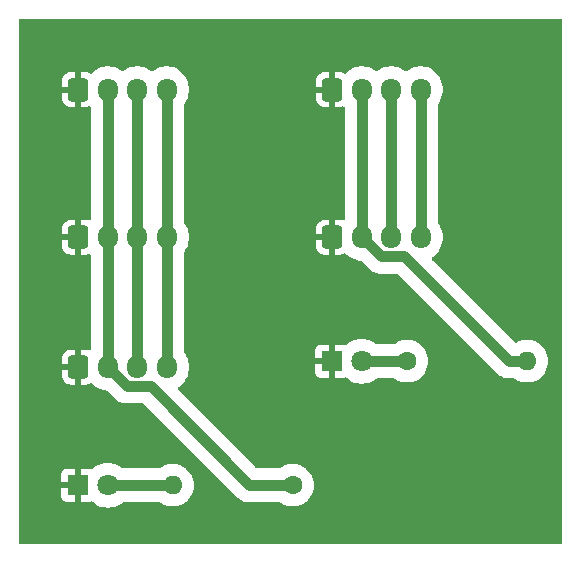
<source format=gbr>
%TF.GenerationSoftware,KiCad,Pcbnew,8.0.3*%
%TF.CreationDate,2024-10-12T11:47:42-03:00*%
%TF.ProjectId,m_dulo_sensor_i2c_2sensores,6df36475-6c6f-45f7-9365-6e736f725f69,rev?*%
%TF.SameCoordinates,Original*%
%TF.FileFunction,Copper,L2,Bot*%
%TF.FilePolarity,Positive*%
%FSLAX46Y46*%
G04 Gerber Fmt 4.6, Leading zero omitted, Abs format (unit mm)*
G04 Created by KiCad (PCBNEW 8.0.3) date 2024-10-12 11:47:42*
%MOMM*%
%LPD*%
G01*
G04 APERTURE LIST*
G04 Aperture macros list*
%AMRoundRect*
0 Rectangle with rounded corners*
0 $1 Rounding radius*
0 $2 $3 $4 $5 $6 $7 $8 $9 X,Y pos of 4 corners*
0 Add a 4 corners polygon primitive as box body*
4,1,4,$2,$3,$4,$5,$6,$7,$8,$9,$2,$3,0*
0 Add four circle primitives for the rounded corners*
1,1,$1+$1,$2,$3*
1,1,$1+$1,$4,$5*
1,1,$1+$1,$6,$7*
1,1,$1+$1,$8,$9*
0 Add four rect primitives between the rounded corners*
20,1,$1+$1,$2,$3,$4,$5,0*
20,1,$1+$1,$4,$5,$6,$7,0*
20,1,$1+$1,$6,$7,$8,$9,0*
20,1,$1+$1,$8,$9,$2,$3,0*%
G04 Aperture macros list end*
%TA.AperFunction,ComponentPad*%
%ADD10C,1.600000*%
%TD*%
%TA.AperFunction,ComponentPad*%
%ADD11O,1.600000X1.600000*%
%TD*%
%TA.AperFunction,ComponentPad*%
%ADD12RoundRect,0.250000X-0.600000X-0.725000X0.600000X-0.725000X0.600000X0.725000X-0.600000X0.725000X0*%
%TD*%
%TA.AperFunction,ComponentPad*%
%ADD13O,1.700000X1.950000*%
%TD*%
%TA.AperFunction,ComponentPad*%
%ADD14R,1.800000X1.800000*%
%TD*%
%TA.AperFunction,ComponentPad*%
%ADD15C,1.800000*%
%TD*%
%TA.AperFunction,Conductor*%
%ADD16C,0.900000*%
%TD*%
G04 APERTURE END LIST*
D10*
%TO.P,R2,1*%
%TO.N,Net-(D2-A)*%
X104840000Y-79000000D03*
D11*
%TO.P,R2,2*%
%TO.N,+5V*%
X115000000Y-79000000D03*
%TD*%
D10*
%TO.P,R1,1*%
%TO.N,+3.3V*%
X95160000Y-89500000D03*
D11*
%TO.P,R1,2*%
%TO.N,Net-(D1-A)*%
X85000000Y-89500000D03*
%TD*%
D12*
%TO.P,J5,1,Pin_1*%
%TO.N,GND*%
X98500000Y-68500000D03*
D13*
%TO.P,J5,2,Pin_2*%
%TO.N,+5V*%
X101000000Y-68500000D03*
%TO.P,J5,3,Pin_3*%
%TO.N,TX*%
X103500000Y-68500000D03*
%TO.P,J5,4,Pin_4*%
%TO.N,RX*%
X106000000Y-68500000D03*
%TD*%
D12*
%TO.P,J4,1,Pin_1*%
%TO.N,GND*%
X98500000Y-56000000D03*
D13*
%TO.P,J4,2,Pin_2*%
%TO.N,+5V*%
X101000000Y-56000000D03*
%TO.P,J4,3,Pin_3*%
%TO.N,TX*%
X103500000Y-56000000D03*
%TO.P,J4,4,Pin_4*%
%TO.N,RX*%
X106000000Y-56000000D03*
%TD*%
D12*
%TO.P,J3,1,Pin_1*%
%TO.N,GND*%
X77000000Y-79500000D03*
D13*
%TO.P,J3,2,Pin_2*%
%TO.N,+3.3V*%
X79500000Y-79500000D03*
%TO.P,J3,3,Pin_3*%
%TO.N,SDA*%
X82000000Y-79500000D03*
%TO.P,J3,4,Pin_4*%
%TO.N,SCL*%
X84500000Y-79500000D03*
%TD*%
D12*
%TO.P,J2,1,Pin_1*%
%TO.N,GND*%
X77000000Y-68500000D03*
D13*
%TO.P,J2,2,Pin_2*%
%TO.N,+3.3V*%
X79500000Y-68500000D03*
%TO.P,J2,3,Pin_3*%
%TO.N,SDA*%
X82000000Y-68500000D03*
%TO.P,J2,4,Pin_4*%
%TO.N,SCL*%
X84500000Y-68500000D03*
%TD*%
D12*
%TO.P,J1,1,Pin_1*%
%TO.N,GND*%
X77000000Y-56000000D03*
D13*
%TO.P,J1,2,Pin_2*%
%TO.N,+3.3V*%
X79500000Y-56000000D03*
%TO.P,J1,3,Pin_3*%
%TO.N,SDA*%
X82000000Y-56000000D03*
%TO.P,J1,4,Pin_4*%
%TO.N,SCL*%
X84500000Y-56000000D03*
%TD*%
D14*
%TO.P,D2,1,K*%
%TO.N,GND*%
X98460000Y-79000000D03*
D15*
%TO.P,D2,2,A*%
%TO.N,Net-(D2-A)*%
X101000000Y-79000000D03*
%TD*%
D14*
%TO.P,D1,1,K*%
%TO.N,GND*%
X76960000Y-89500000D03*
D15*
%TO.P,D1,2,A*%
%TO.N,Net-(D1-A)*%
X79500000Y-89500000D03*
%TD*%
D16*
%TO.N,Net-(D2-A)*%
X101000000Y-79000000D02*
X104840000Y-79000000D01*
%TO.N,+5V*%
X113500000Y-79000000D02*
X115000000Y-79000000D01*
X104625000Y-70125000D02*
X113500000Y-79000000D01*
X102625000Y-70125000D02*
X104625000Y-70125000D01*
X101000000Y-68500000D02*
X102625000Y-70125000D01*
%TO.N,RX*%
X106000000Y-56000000D02*
X106000000Y-68500000D01*
%TO.N,TX*%
X103500000Y-56000000D02*
X103500000Y-68500000D01*
%TO.N,+5V*%
X101000000Y-56000000D02*
X101000000Y-68500000D01*
%TO.N,+3.3V*%
X91500000Y-89500000D02*
X95160000Y-89500000D01*
X83125000Y-81125000D02*
X91500000Y-89500000D01*
X81125000Y-81125000D02*
X83125000Y-81125000D01*
X79500000Y-79500000D02*
X81125000Y-81125000D01*
%TO.N,Net-(D1-A)*%
X79500000Y-89500000D02*
X85000000Y-89500000D01*
%TO.N,SCL*%
X84500000Y-68500000D02*
X84500000Y-79500000D01*
X84500000Y-56000000D02*
X84500000Y-68500000D01*
%TO.N,SDA*%
X82000000Y-68500000D02*
X82000000Y-79500000D01*
X82000000Y-56000000D02*
X82000000Y-68500000D01*
%TO.N,+3.3V*%
X79500000Y-68500000D02*
X79500000Y-79500000D01*
X79500000Y-56000000D02*
X79500000Y-68500000D01*
%TD*%
%TA.AperFunction,Conductor*%
%TO.N,GND*%
G36*
X117942539Y-50020185D02*
G01*
X117988294Y-50072989D01*
X117999500Y-50124500D01*
X117999500Y-94375500D01*
X117979815Y-94442539D01*
X117927011Y-94488294D01*
X117875500Y-94499500D01*
X72124500Y-94499500D01*
X72057461Y-94479815D01*
X72011706Y-94427011D01*
X72000500Y-94375500D01*
X72000500Y-88552155D01*
X75560000Y-88552155D01*
X75560000Y-89250000D01*
X76584722Y-89250000D01*
X76540667Y-89326306D01*
X76510000Y-89440756D01*
X76510000Y-89559244D01*
X76540667Y-89673694D01*
X76584722Y-89750000D01*
X75560000Y-89750000D01*
X75560000Y-90447844D01*
X75566401Y-90507372D01*
X75566403Y-90507379D01*
X75616645Y-90642086D01*
X75616649Y-90642093D01*
X75702809Y-90757187D01*
X75702812Y-90757190D01*
X75817906Y-90843350D01*
X75817913Y-90843354D01*
X75952620Y-90893596D01*
X75952627Y-90893598D01*
X76012155Y-90899999D01*
X76012172Y-90900000D01*
X76710000Y-90900000D01*
X76710000Y-89875277D01*
X76786306Y-89919333D01*
X76900756Y-89950000D01*
X77019244Y-89950000D01*
X77133694Y-89919333D01*
X77210000Y-89875277D01*
X77210000Y-90900000D01*
X77907828Y-90900000D01*
X77907844Y-90899999D01*
X77967372Y-90893598D01*
X77967380Y-90893596D01*
X78066425Y-90856654D01*
X78136117Y-90851669D01*
X78197440Y-90885153D01*
X78197442Y-90885155D01*
X78252247Y-90939961D01*
X78252253Y-90939966D01*
X78252258Y-90939971D01*
X78469887Y-91102887D01*
X78469891Y-91102889D01*
X78469892Y-91102890D01*
X78708481Y-91233169D01*
X78708480Y-91233169D01*
X78708484Y-91233170D01*
X78708487Y-91233172D01*
X78963199Y-91328175D01*
X79228840Y-91385961D01*
X79480605Y-91403967D01*
X79499999Y-91405355D01*
X79500000Y-91405355D01*
X79500001Y-91405355D01*
X79518100Y-91404060D01*
X79771160Y-91385961D01*
X80036801Y-91328175D01*
X80291513Y-91233172D01*
X80291517Y-91233169D01*
X80291519Y-91233169D01*
X80410813Y-91168029D01*
X80530113Y-91102887D01*
X80590496Y-91057684D01*
X80700639Y-90975233D01*
X80766103Y-90950816D01*
X80774949Y-90950500D01*
X83893014Y-90950500D01*
X83960053Y-90970185D01*
X83962865Y-90972046D01*
X84058934Y-91037544D01*
X84097226Y-91063651D01*
X84340359Y-91180738D01*
X84598228Y-91260280D01*
X84598229Y-91260280D01*
X84598232Y-91260281D01*
X84865063Y-91300499D01*
X84865068Y-91300499D01*
X84865071Y-91300500D01*
X84865072Y-91300500D01*
X85134928Y-91300500D01*
X85134929Y-91300500D01*
X85134936Y-91300499D01*
X85401767Y-91260281D01*
X85401768Y-91260280D01*
X85401772Y-91260280D01*
X85659641Y-91180738D01*
X85902775Y-91063651D01*
X86125741Y-90911635D01*
X86292193Y-90757190D01*
X86323557Y-90728089D01*
X86323557Y-90728087D01*
X86323561Y-90728085D01*
X86491815Y-90517102D01*
X86626743Y-90283398D01*
X86725334Y-90032195D01*
X86785383Y-89769103D01*
X86792533Y-89673694D01*
X86805549Y-89500004D01*
X86805549Y-89499995D01*
X86788744Y-89275747D01*
X86785383Y-89230897D01*
X86725334Y-88967805D01*
X86626743Y-88716602D01*
X86491815Y-88482898D01*
X86323561Y-88271915D01*
X86323560Y-88271914D01*
X86323557Y-88271910D01*
X86125741Y-88088365D01*
X86084174Y-88060025D01*
X85902775Y-87936349D01*
X85902771Y-87936347D01*
X85902768Y-87936345D01*
X85902767Y-87936344D01*
X85659643Y-87819263D01*
X85659645Y-87819263D01*
X85401773Y-87739720D01*
X85401767Y-87739718D01*
X85134936Y-87699500D01*
X85134929Y-87699500D01*
X84865071Y-87699500D01*
X84865063Y-87699500D01*
X84598232Y-87739718D01*
X84598226Y-87739720D01*
X84340358Y-87819262D01*
X84097229Y-87936347D01*
X84097225Y-87936349D01*
X83962865Y-88027954D01*
X83896386Y-88049454D01*
X83893014Y-88049500D01*
X80774949Y-88049500D01*
X80707910Y-88029815D01*
X80700639Y-88024767D01*
X80530115Y-87897114D01*
X80530107Y-87897109D01*
X80291518Y-87766830D01*
X80291519Y-87766830D01*
X80218834Y-87739720D01*
X80036801Y-87671825D01*
X80036794Y-87671823D01*
X80036793Y-87671823D01*
X79771167Y-87614040D01*
X79771160Y-87614039D01*
X79500001Y-87594645D01*
X79499999Y-87594645D01*
X79228839Y-87614039D01*
X79228832Y-87614040D01*
X78963206Y-87671823D01*
X78963202Y-87671824D01*
X78963199Y-87671825D01*
X78889000Y-87699500D01*
X78708480Y-87766830D01*
X78469892Y-87897109D01*
X78469891Y-87897110D01*
X78252263Y-88060025D01*
X78252257Y-88060029D01*
X78197440Y-88114846D01*
X78136116Y-88148330D01*
X78066427Y-88143345D01*
X77967380Y-88106403D01*
X77967372Y-88106401D01*
X77907844Y-88100000D01*
X77210000Y-88100000D01*
X77210000Y-89124722D01*
X77133694Y-89080667D01*
X77019244Y-89050000D01*
X76900756Y-89050000D01*
X76786306Y-89080667D01*
X76710000Y-89124722D01*
X76710000Y-88100000D01*
X76012155Y-88100000D01*
X75952627Y-88106401D01*
X75952620Y-88106403D01*
X75817913Y-88156645D01*
X75817906Y-88156649D01*
X75702812Y-88242809D01*
X75702809Y-88242812D01*
X75616649Y-88357906D01*
X75616645Y-88357913D01*
X75566403Y-88492620D01*
X75566401Y-88492627D01*
X75560000Y-88552155D01*
X72000500Y-88552155D01*
X72000500Y-55225013D01*
X75650000Y-55225013D01*
X75650000Y-55750000D01*
X76595854Y-55750000D01*
X76557370Y-55816657D01*
X76525000Y-55937465D01*
X76525000Y-56062535D01*
X76557370Y-56183343D01*
X76595854Y-56250000D01*
X75650001Y-56250000D01*
X75650001Y-56774986D01*
X75660494Y-56877697D01*
X75715641Y-57044119D01*
X75715643Y-57044124D01*
X75807684Y-57193345D01*
X75931654Y-57317315D01*
X76080875Y-57409356D01*
X76080880Y-57409358D01*
X76247302Y-57464505D01*
X76247309Y-57464506D01*
X76350019Y-57474999D01*
X76749999Y-57474999D01*
X76750000Y-57474998D01*
X76750000Y-56404145D01*
X76816657Y-56442630D01*
X76937465Y-56475000D01*
X77062535Y-56475000D01*
X77183343Y-56442630D01*
X77250000Y-56404145D01*
X77250000Y-57474999D01*
X77649972Y-57474999D01*
X77649986Y-57474998D01*
X77752695Y-57464506D01*
X77886495Y-57420168D01*
X77956323Y-57417766D01*
X78016366Y-57453497D01*
X78047559Y-57516017D01*
X78049500Y-57537874D01*
X78049500Y-66962125D01*
X78029815Y-67029164D01*
X77977011Y-67074919D01*
X77907853Y-67084863D01*
X77886496Y-67079831D01*
X77752697Y-67035494D01*
X77752690Y-67035493D01*
X77649986Y-67025000D01*
X77250000Y-67025000D01*
X77250000Y-68095854D01*
X77183343Y-68057370D01*
X77062535Y-68025000D01*
X76937465Y-68025000D01*
X76816657Y-68057370D01*
X76750000Y-68095854D01*
X76750000Y-67025000D01*
X76350028Y-67025000D01*
X76350012Y-67025001D01*
X76247302Y-67035494D01*
X76080880Y-67090641D01*
X76080875Y-67090643D01*
X75931654Y-67182684D01*
X75807684Y-67306654D01*
X75715643Y-67455875D01*
X75715641Y-67455880D01*
X75660494Y-67622302D01*
X75660493Y-67622309D01*
X75650000Y-67725013D01*
X75650000Y-68250000D01*
X76595854Y-68250000D01*
X76557370Y-68316657D01*
X76525000Y-68437465D01*
X76525000Y-68562535D01*
X76557370Y-68683343D01*
X76595854Y-68750000D01*
X75650001Y-68750000D01*
X75650001Y-69274986D01*
X75660494Y-69377697D01*
X75715641Y-69544119D01*
X75715643Y-69544124D01*
X75807684Y-69693345D01*
X75931654Y-69817315D01*
X76080875Y-69909356D01*
X76080880Y-69909358D01*
X76247302Y-69964505D01*
X76247309Y-69964506D01*
X76350019Y-69974999D01*
X76749999Y-69974999D01*
X76750000Y-69974998D01*
X76750000Y-68904145D01*
X76816657Y-68942630D01*
X76937465Y-68975000D01*
X77062535Y-68975000D01*
X77183343Y-68942630D01*
X77250000Y-68904145D01*
X77250000Y-69974999D01*
X77649972Y-69974999D01*
X77649986Y-69974998D01*
X77752695Y-69964506D01*
X77886495Y-69920168D01*
X77956323Y-69917766D01*
X78016366Y-69953497D01*
X78047559Y-70016017D01*
X78049500Y-70037874D01*
X78049500Y-77962125D01*
X78029815Y-78029164D01*
X77977011Y-78074919D01*
X77907853Y-78084863D01*
X77886496Y-78079831D01*
X77752697Y-78035494D01*
X77752690Y-78035493D01*
X77649986Y-78025000D01*
X77250000Y-78025000D01*
X77250000Y-79095854D01*
X77183343Y-79057370D01*
X77062535Y-79025000D01*
X76937465Y-79025000D01*
X76816657Y-79057370D01*
X76750000Y-79095854D01*
X76750000Y-78025000D01*
X76350028Y-78025000D01*
X76350012Y-78025001D01*
X76247302Y-78035494D01*
X76080880Y-78090641D01*
X76080875Y-78090643D01*
X75931654Y-78182684D01*
X75807684Y-78306654D01*
X75715643Y-78455875D01*
X75715641Y-78455880D01*
X75660494Y-78622302D01*
X75660493Y-78622309D01*
X75650000Y-78725013D01*
X75650000Y-79250000D01*
X76595854Y-79250000D01*
X76557370Y-79316657D01*
X76525000Y-79437465D01*
X76525000Y-79562535D01*
X76557370Y-79683343D01*
X76595854Y-79750000D01*
X75650001Y-79750000D01*
X75650001Y-80274986D01*
X75660494Y-80377697D01*
X75715641Y-80544119D01*
X75715643Y-80544124D01*
X75807684Y-80693345D01*
X75931654Y-80817315D01*
X76080875Y-80909356D01*
X76080880Y-80909358D01*
X76247302Y-80964505D01*
X76247309Y-80964506D01*
X76350019Y-80974999D01*
X76749999Y-80974999D01*
X76750000Y-80974998D01*
X76750000Y-79904145D01*
X76816657Y-79942630D01*
X76937465Y-79975000D01*
X77062535Y-79975000D01*
X77183343Y-79942630D01*
X77250000Y-79904145D01*
X77250000Y-80974999D01*
X77649972Y-80974999D01*
X77649986Y-80974998D01*
X77752697Y-80964505D01*
X77919119Y-80909358D01*
X77919126Y-80909355D01*
X77989204Y-80866130D01*
X78056596Y-80847689D01*
X78123260Y-80868611D01*
X78141983Y-80883987D01*
X78277256Y-81019260D01*
X78277262Y-81019265D01*
X78469711Y-81166936D01*
X78679788Y-81288224D01*
X78903900Y-81381054D01*
X79138211Y-81443838D01*
X79378712Y-81475500D01*
X79378721Y-81475500D01*
X79380793Y-81475636D01*
X79381381Y-81475851D01*
X79382737Y-81476030D01*
X79382697Y-81476333D01*
X79446403Y-81499658D01*
X79460373Y-81511690D01*
X80180066Y-82231383D01*
X80287042Y-82309105D01*
X80287045Y-82309106D01*
X80364772Y-82365579D01*
X80460884Y-82414550D01*
X80568196Y-82469229D01*
X80568198Y-82469229D01*
X80568201Y-82469231D01*
X80684592Y-82507049D01*
X80785339Y-82539784D01*
X81010838Y-82575500D01*
X81010843Y-82575500D01*
X82472821Y-82575500D01*
X82539860Y-82595185D01*
X82560502Y-82611819D01*
X90555063Y-90606380D01*
X90739773Y-90740580D01*
X90839550Y-90791418D01*
X90943196Y-90844229D01*
X90943198Y-90844229D01*
X90943201Y-90844231D01*
X91059592Y-90882049D01*
X91160339Y-90914784D01*
X91385838Y-90950500D01*
X91385843Y-90950500D01*
X91385844Y-90950500D01*
X91614157Y-90950500D01*
X94053014Y-90950500D01*
X94120053Y-90970185D01*
X94122865Y-90972046D01*
X94218934Y-91037544D01*
X94257226Y-91063651D01*
X94500359Y-91180738D01*
X94758228Y-91260280D01*
X94758229Y-91260280D01*
X94758232Y-91260281D01*
X95025063Y-91300499D01*
X95025068Y-91300499D01*
X95025071Y-91300500D01*
X95025072Y-91300500D01*
X95294928Y-91300500D01*
X95294929Y-91300500D01*
X95294936Y-91300499D01*
X95561767Y-91260281D01*
X95561768Y-91260280D01*
X95561772Y-91260280D01*
X95819641Y-91180738D01*
X96062775Y-91063651D01*
X96285741Y-90911635D01*
X96452193Y-90757190D01*
X96483557Y-90728089D01*
X96483557Y-90728087D01*
X96483561Y-90728085D01*
X96651815Y-90517102D01*
X96786743Y-90283398D01*
X96885334Y-90032195D01*
X96945383Y-89769103D01*
X96952533Y-89673694D01*
X96965549Y-89500004D01*
X96965549Y-89499995D01*
X96948744Y-89275747D01*
X96945383Y-89230897D01*
X96885334Y-88967805D01*
X96786743Y-88716602D01*
X96651815Y-88482898D01*
X96483561Y-88271915D01*
X96483560Y-88271914D01*
X96483557Y-88271910D01*
X96285741Y-88088365D01*
X96244174Y-88060025D01*
X96062775Y-87936349D01*
X96062771Y-87936347D01*
X96062768Y-87936345D01*
X96062767Y-87936344D01*
X95819643Y-87819263D01*
X95819645Y-87819263D01*
X95561773Y-87739720D01*
X95561767Y-87739718D01*
X95294936Y-87699500D01*
X95294929Y-87699500D01*
X95025071Y-87699500D01*
X95025063Y-87699500D01*
X94758232Y-87739718D01*
X94758226Y-87739720D01*
X94500358Y-87819262D01*
X94257229Y-87936347D01*
X94257225Y-87936349D01*
X94122865Y-88027954D01*
X94056386Y-88049454D01*
X94053014Y-88049500D01*
X92152179Y-88049500D01*
X92085140Y-88029815D01*
X92064498Y-88013181D01*
X85446734Y-81395417D01*
X85413249Y-81334094D01*
X85418233Y-81264402D01*
X85460105Y-81208469D01*
X85472404Y-81200355D01*
X85530289Y-81166936D01*
X85722738Y-81019265D01*
X85894265Y-80847738D01*
X86041936Y-80655289D01*
X86163224Y-80445212D01*
X86256054Y-80221100D01*
X86318838Y-79986789D01*
X86350500Y-79746288D01*
X86350500Y-79253712D01*
X86318838Y-79013211D01*
X86256054Y-78778900D01*
X86163224Y-78554788D01*
X86113004Y-78467805D01*
X86041936Y-78344711D01*
X85976124Y-78258942D01*
X85950930Y-78193773D01*
X85950500Y-78183456D01*
X85950500Y-78052155D01*
X97060000Y-78052155D01*
X97060000Y-78750000D01*
X98084722Y-78750000D01*
X98040667Y-78826306D01*
X98010000Y-78940756D01*
X98010000Y-79059244D01*
X98040667Y-79173694D01*
X98084722Y-79250000D01*
X97060000Y-79250000D01*
X97060000Y-79947844D01*
X97066401Y-80007372D01*
X97066403Y-80007379D01*
X97116645Y-80142086D01*
X97116649Y-80142093D01*
X97202809Y-80257187D01*
X97202812Y-80257190D01*
X97317906Y-80343350D01*
X97317913Y-80343354D01*
X97452620Y-80393596D01*
X97452627Y-80393598D01*
X97512155Y-80399999D01*
X97512172Y-80400000D01*
X98210000Y-80400000D01*
X98210000Y-79375277D01*
X98286306Y-79419333D01*
X98400756Y-79450000D01*
X98519244Y-79450000D01*
X98633694Y-79419333D01*
X98710000Y-79375277D01*
X98710000Y-80400000D01*
X99407828Y-80400000D01*
X99407844Y-80399999D01*
X99467372Y-80393598D01*
X99467380Y-80393596D01*
X99566425Y-80356654D01*
X99636117Y-80351669D01*
X99697440Y-80385153D01*
X99697442Y-80385155D01*
X99752247Y-80439961D01*
X99752253Y-80439966D01*
X99752258Y-80439971D01*
X99969887Y-80602887D01*
X99969891Y-80602889D01*
X99969892Y-80602890D01*
X100208481Y-80733169D01*
X100208480Y-80733169D01*
X100208484Y-80733170D01*
X100208487Y-80733172D01*
X100463199Y-80828175D01*
X100728840Y-80885961D01*
X100980605Y-80903967D01*
X100999999Y-80905355D01*
X101000000Y-80905355D01*
X101000001Y-80905355D01*
X101018100Y-80904060D01*
X101271160Y-80885961D01*
X101536801Y-80828175D01*
X101791513Y-80733172D01*
X101791517Y-80733169D01*
X101791519Y-80733169D01*
X101934138Y-80655293D01*
X102030113Y-80602887D01*
X102108611Y-80544124D01*
X102200639Y-80475233D01*
X102266103Y-80450816D01*
X102274949Y-80450500D01*
X103733014Y-80450500D01*
X103800053Y-80470185D01*
X103802865Y-80472046D01*
X103898934Y-80537544D01*
X103937226Y-80563651D01*
X104180359Y-80680738D01*
X104438228Y-80760280D01*
X104438229Y-80760280D01*
X104438232Y-80760281D01*
X104705063Y-80800499D01*
X104705068Y-80800499D01*
X104705071Y-80800500D01*
X104705072Y-80800500D01*
X104974928Y-80800500D01*
X104974929Y-80800500D01*
X104974936Y-80800499D01*
X105241767Y-80760281D01*
X105241768Y-80760280D01*
X105241772Y-80760280D01*
X105499641Y-80680738D01*
X105742775Y-80563651D01*
X105965741Y-80411635D01*
X106132193Y-80257190D01*
X106163557Y-80228089D01*
X106163557Y-80228087D01*
X106163561Y-80228085D01*
X106331815Y-80017102D01*
X106466743Y-79783398D01*
X106565334Y-79532195D01*
X106625383Y-79269103D01*
X106636564Y-79119905D01*
X106645549Y-79000004D01*
X106645549Y-78999995D01*
X106628744Y-78775747D01*
X106625383Y-78730897D01*
X106565334Y-78467805D01*
X106466743Y-78216602D01*
X106331815Y-77982898D01*
X106163561Y-77771915D01*
X106163560Y-77771914D01*
X106163557Y-77771910D01*
X105965741Y-77588365D01*
X105924174Y-77560025D01*
X105742775Y-77436349D01*
X105742771Y-77436347D01*
X105742768Y-77436345D01*
X105742767Y-77436344D01*
X105499643Y-77319263D01*
X105499645Y-77319263D01*
X105241773Y-77239720D01*
X105241767Y-77239718D01*
X104974936Y-77199500D01*
X104974929Y-77199500D01*
X104705071Y-77199500D01*
X104705063Y-77199500D01*
X104438232Y-77239718D01*
X104438226Y-77239720D01*
X104180358Y-77319262D01*
X103937229Y-77436347D01*
X103937225Y-77436349D01*
X103802865Y-77527954D01*
X103736386Y-77549454D01*
X103733014Y-77549500D01*
X102274949Y-77549500D01*
X102207910Y-77529815D01*
X102200639Y-77524767D01*
X102030115Y-77397114D01*
X102030107Y-77397109D01*
X101791518Y-77266830D01*
X101791519Y-77266830D01*
X101718834Y-77239720D01*
X101536801Y-77171825D01*
X101536794Y-77171823D01*
X101536793Y-77171823D01*
X101271167Y-77114040D01*
X101271160Y-77114039D01*
X101000001Y-77094645D01*
X100999999Y-77094645D01*
X100728839Y-77114039D01*
X100728832Y-77114040D01*
X100463206Y-77171823D01*
X100463202Y-77171824D01*
X100463199Y-77171825D01*
X100389000Y-77199500D01*
X100208480Y-77266830D01*
X99969892Y-77397109D01*
X99969891Y-77397110D01*
X99752263Y-77560025D01*
X99752257Y-77560029D01*
X99697440Y-77614846D01*
X99636116Y-77648330D01*
X99566427Y-77643345D01*
X99467380Y-77606403D01*
X99467372Y-77606401D01*
X99407844Y-77600000D01*
X98710000Y-77600000D01*
X98710000Y-78624722D01*
X98633694Y-78580667D01*
X98519244Y-78550000D01*
X98400756Y-78550000D01*
X98286306Y-78580667D01*
X98210000Y-78624722D01*
X98210000Y-77600000D01*
X97512155Y-77600000D01*
X97452627Y-77606401D01*
X97452620Y-77606403D01*
X97317913Y-77656645D01*
X97317906Y-77656649D01*
X97202812Y-77742809D01*
X97202809Y-77742812D01*
X97116649Y-77857906D01*
X97116645Y-77857913D01*
X97066403Y-77992620D01*
X97066401Y-77992627D01*
X97060000Y-78052155D01*
X85950500Y-78052155D01*
X85950500Y-69816543D01*
X85970185Y-69749504D01*
X85976124Y-69741057D01*
X86012734Y-69693345D01*
X86041936Y-69655289D01*
X86163224Y-69445212D01*
X86256054Y-69221100D01*
X86318838Y-68986789D01*
X86350500Y-68746288D01*
X86350500Y-68253712D01*
X86318838Y-68013211D01*
X86256054Y-67778900D01*
X86163224Y-67554788D01*
X86106119Y-67455880D01*
X86041936Y-67344711D01*
X85976124Y-67258942D01*
X85950930Y-67193773D01*
X85950500Y-67183456D01*
X85950500Y-57316543D01*
X85970185Y-57249504D01*
X85976124Y-57241057D01*
X86012734Y-57193345D01*
X86041936Y-57155289D01*
X86163224Y-56945212D01*
X86256054Y-56721100D01*
X86318838Y-56486789D01*
X86350500Y-56246288D01*
X86350500Y-55753712D01*
X86318838Y-55513211D01*
X86256054Y-55278900D01*
X86233733Y-55225013D01*
X97150000Y-55225013D01*
X97150000Y-55750000D01*
X98095854Y-55750000D01*
X98057370Y-55816657D01*
X98025000Y-55937465D01*
X98025000Y-56062535D01*
X98057370Y-56183343D01*
X98095854Y-56250000D01*
X97150001Y-56250000D01*
X97150001Y-56774986D01*
X97160494Y-56877697D01*
X97215641Y-57044119D01*
X97215643Y-57044124D01*
X97307684Y-57193345D01*
X97431654Y-57317315D01*
X97580875Y-57409356D01*
X97580880Y-57409358D01*
X97747302Y-57464505D01*
X97747309Y-57464506D01*
X97850019Y-57474999D01*
X98249999Y-57474999D01*
X98250000Y-57474998D01*
X98250000Y-56404145D01*
X98316657Y-56442630D01*
X98437465Y-56475000D01*
X98562535Y-56475000D01*
X98683343Y-56442630D01*
X98750000Y-56404145D01*
X98750000Y-57474999D01*
X99149972Y-57474999D01*
X99149986Y-57474998D01*
X99252695Y-57464506D01*
X99386495Y-57420168D01*
X99456323Y-57417766D01*
X99516366Y-57453497D01*
X99547559Y-57516017D01*
X99549500Y-57537874D01*
X99549500Y-66962125D01*
X99529815Y-67029164D01*
X99477011Y-67074919D01*
X99407853Y-67084863D01*
X99386496Y-67079831D01*
X99252697Y-67035494D01*
X99252690Y-67035493D01*
X99149986Y-67025000D01*
X98750000Y-67025000D01*
X98750000Y-68095854D01*
X98683343Y-68057370D01*
X98562535Y-68025000D01*
X98437465Y-68025000D01*
X98316657Y-68057370D01*
X98250000Y-68095854D01*
X98250000Y-67025000D01*
X97850028Y-67025000D01*
X97850012Y-67025001D01*
X97747302Y-67035494D01*
X97580880Y-67090641D01*
X97580875Y-67090643D01*
X97431654Y-67182684D01*
X97307684Y-67306654D01*
X97215643Y-67455875D01*
X97215641Y-67455880D01*
X97160494Y-67622302D01*
X97160493Y-67622309D01*
X97150000Y-67725013D01*
X97150000Y-68250000D01*
X98095854Y-68250000D01*
X98057370Y-68316657D01*
X98025000Y-68437465D01*
X98025000Y-68562535D01*
X98057370Y-68683343D01*
X98095854Y-68750000D01*
X97150001Y-68750000D01*
X97150001Y-69274986D01*
X97160494Y-69377697D01*
X97215641Y-69544119D01*
X97215643Y-69544124D01*
X97307684Y-69693345D01*
X97431654Y-69817315D01*
X97580875Y-69909356D01*
X97580880Y-69909358D01*
X97747302Y-69964505D01*
X97747309Y-69964506D01*
X97850019Y-69974999D01*
X98249999Y-69974999D01*
X98250000Y-69974998D01*
X98250000Y-68904145D01*
X98316657Y-68942630D01*
X98437465Y-68975000D01*
X98562535Y-68975000D01*
X98683343Y-68942630D01*
X98750000Y-68904145D01*
X98750000Y-69974999D01*
X99149972Y-69974999D01*
X99149986Y-69974998D01*
X99252697Y-69964505D01*
X99419119Y-69909358D01*
X99419126Y-69909355D01*
X99489204Y-69866130D01*
X99556596Y-69847689D01*
X99623260Y-69868611D01*
X99641983Y-69883987D01*
X99777256Y-70019260D01*
X99777262Y-70019265D01*
X99969711Y-70166936D01*
X100179788Y-70288224D01*
X100403900Y-70381054D01*
X100638211Y-70443838D01*
X100878712Y-70475500D01*
X100878721Y-70475500D01*
X100880793Y-70475636D01*
X100881381Y-70475851D01*
X100882737Y-70476030D01*
X100882697Y-70476333D01*
X100946403Y-70499658D01*
X100960373Y-70511690D01*
X101680066Y-71231383D01*
X101787042Y-71309105D01*
X101787045Y-71309106D01*
X101864772Y-71365579D01*
X101960884Y-71414550D01*
X102068196Y-71469229D01*
X102068198Y-71469229D01*
X102068201Y-71469231D01*
X102184592Y-71507049D01*
X102285339Y-71539784D01*
X102510838Y-71575500D01*
X102510843Y-71575500D01*
X103972821Y-71575500D01*
X104039860Y-71595185D01*
X104060502Y-71611819D01*
X112393621Y-79944937D01*
X112555063Y-80106379D01*
X112739772Y-80240579D01*
X112807300Y-80274986D01*
X112943196Y-80344229D01*
X112943198Y-80344229D01*
X112943201Y-80344231D01*
X113059592Y-80382049D01*
X113160339Y-80414784D01*
X113385838Y-80450500D01*
X113385843Y-80450500D01*
X113893014Y-80450500D01*
X113960053Y-80470185D01*
X113962865Y-80472046D01*
X114058934Y-80537544D01*
X114097226Y-80563651D01*
X114340359Y-80680738D01*
X114598228Y-80760280D01*
X114598229Y-80760280D01*
X114598232Y-80760281D01*
X114865063Y-80800499D01*
X114865068Y-80800499D01*
X114865071Y-80800500D01*
X114865072Y-80800500D01*
X115134928Y-80800500D01*
X115134929Y-80800500D01*
X115134936Y-80800499D01*
X115401767Y-80760281D01*
X115401768Y-80760280D01*
X115401772Y-80760280D01*
X115659641Y-80680738D01*
X115902775Y-80563651D01*
X116125741Y-80411635D01*
X116292193Y-80257190D01*
X116323557Y-80228089D01*
X116323557Y-80228087D01*
X116323561Y-80228085D01*
X116491815Y-80017102D01*
X116626743Y-79783398D01*
X116725334Y-79532195D01*
X116785383Y-79269103D01*
X116796564Y-79119905D01*
X116805549Y-79000004D01*
X116805549Y-78999995D01*
X116788744Y-78775747D01*
X116785383Y-78730897D01*
X116725334Y-78467805D01*
X116626743Y-78216602D01*
X116491815Y-77982898D01*
X116323561Y-77771915D01*
X116323560Y-77771914D01*
X116323557Y-77771910D01*
X116125741Y-77588365D01*
X116084174Y-77560025D01*
X115902775Y-77436349D01*
X115902771Y-77436347D01*
X115902768Y-77436345D01*
X115902767Y-77436344D01*
X115659643Y-77319263D01*
X115659645Y-77319263D01*
X115401773Y-77239720D01*
X115401767Y-77239718D01*
X115134936Y-77199500D01*
X115134929Y-77199500D01*
X114865071Y-77199500D01*
X114865063Y-77199500D01*
X114598232Y-77239718D01*
X114598226Y-77239720D01*
X114340355Y-77319263D01*
X114102545Y-77433786D01*
X114033604Y-77445138D01*
X113969469Y-77417416D01*
X113961063Y-77409747D01*
X106946734Y-70395417D01*
X106913249Y-70334094D01*
X106918233Y-70264402D01*
X106960105Y-70208469D01*
X106972404Y-70200355D01*
X107030289Y-70166936D01*
X107222738Y-70019265D01*
X107394265Y-69847738D01*
X107541936Y-69655289D01*
X107663224Y-69445212D01*
X107756054Y-69221100D01*
X107818838Y-68986789D01*
X107850500Y-68746288D01*
X107850500Y-68253712D01*
X107818838Y-68013211D01*
X107756054Y-67778900D01*
X107663224Y-67554788D01*
X107606119Y-67455880D01*
X107541936Y-67344711D01*
X107476124Y-67258942D01*
X107450930Y-67193773D01*
X107450500Y-67183456D01*
X107450500Y-57316543D01*
X107470185Y-57249504D01*
X107476124Y-57241057D01*
X107512734Y-57193345D01*
X107541936Y-57155289D01*
X107663224Y-56945212D01*
X107756054Y-56721100D01*
X107818838Y-56486789D01*
X107850500Y-56246288D01*
X107850500Y-55753712D01*
X107818838Y-55513211D01*
X107756054Y-55278900D01*
X107663224Y-55054788D01*
X107541936Y-54844711D01*
X107394265Y-54652262D01*
X107394260Y-54652256D01*
X107222743Y-54480739D01*
X107222736Y-54480733D01*
X107030293Y-54333067D01*
X107030292Y-54333066D01*
X107030289Y-54333064D01*
X106820212Y-54211776D01*
X106820205Y-54211773D01*
X106596104Y-54118947D01*
X106361785Y-54056161D01*
X106121289Y-54024500D01*
X106121288Y-54024500D01*
X105878712Y-54024500D01*
X105878711Y-54024500D01*
X105638214Y-54056161D01*
X105403895Y-54118947D01*
X105179794Y-54211773D01*
X105179785Y-54211777D01*
X104969706Y-54333067D01*
X104825486Y-54443731D01*
X104760317Y-54468925D01*
X104691872Y-54454887D01*
X104674514Y-54443731D01*
X104530293Y-54333067D01*
X104530292Y-54333066D01*
X104530289Y-54333064D01*
X104320212Y-54211776D01*
X104320205Y-54211773D01*
X104096104Y-54118947D01*
X103861785Y-54056161D01*
X103621289Y-54024500D01*
X103621288Y-54024500D01*
X103378712Y-54024500D01*
X103378711Y-54024500D01*
X103138214Y-54056161D01*
X102903895Y-54118947D01*
X102679794Y-54211773D01*
X102679785Y-54211777D01*
X102469706Y-54333067D01*
X102325486Y-54443731D01*
X102260317Y-54468925D01*
X102191872Y-54454887D01*
X102174514Y-54443731D01*
X102030293Y-54333067D01*
X102030292Y-54333066D01*
X102030289Y-54333064D01*
X101820212Y-54211776D01*
X101820205Y-54211773D01*
X101596104Y-54118947D01*
X101361785Y-54056161D01*
X101121289Y-54024500D01*
X101121288Y-54024500D01*
X100878712Y-54024500D01*
X100878711Y-54024500D01*
X100638214Y-54056161D01*
X100403895Y-54118947D01*
X100179794Y-54211773D01*
X100179785Y-54211777D01*
X99969706Y-54333067D01*
X99777263Y-54480733D01*
X99777256Y-54480739D01*
X99641984Y-54616012D01*
X99580661Y-54649497D01*
X99510969Y-54644513D01*
X99489207Y-54633870D01*
X99419128Y-54590645D01*
X99419119Y-54590641D01*
X99252697Y-54535494D01*
X99252690Y-54535493D01*
X99149986Y-54525000D01*
X98750000Y-54525000D01*
X98750000Y-55595854D01*
X98683343Y-55557370D01*
X98562535Y-55525000D01*
X98437465Y-55525000D01*
X98316657Y-55557370D01*
X98250000Y-55595854D01*
X98250000Y-54525000D01*
X97850028Y-54525000D01*
X97850012Y-54525001D01*
X97747302Y-54535494D01*
X97580880Y-54590641D01*
X97580875Y-54590643D01*
X97431654Y-54682684D01*
X97307684Y-54806654D01*
X97215643Y-54955875D01*
X97215641Y-54955880D01*
X97160494Y-55122302D01*
X97160493Y-55122309D01*
X97150000Y-55225013D01*
X86233733Y-55225013D01*
X86163224Y-55054788D01*
X86041936Y-54844711D01*
X85894265Y-54652262D01*
X85894260Y-54652256D01*
X85722743Y-54480739D01*
X85722736Y-54480733D01*
X85530293Y-54333067D01*
X85530292Y-54333066D01*
X85530289Y-54333064D01*
X85320212Y-54211776D01*
X85320205Y-54211773D01*
X85096104Y-54118947D01*
X84861785Y-54056161D01*
X84621289Y-54024500D01*
X84621288Y-54024500D01*
X84378712Y-54024500D01*
X84378711Y-54024500D01*
X84138214Y-54056161D01*
X83903895Y-54118947D01*
X83679794Y-54211773D01*
X83679785Y-54211777D01*
X83469706Y-54333067D01*
X83325486Y-54443731D01*
X83260317Y-54468925D01*
X83191872Y-54454887D01*
X83174514Y-54443731D01*
X83030293Y-54333067D01*
X83030292Y-54333066D01*
X83030289Y-54333064D01*
X82820212Y-54211776D01*
X82820205Y-54211773D01*
X82596104Y-54118947D01*
X82361785Y-54056161D01*
X82121289Y-54024500D01*
X82121288Y-54024500D01*
X81878712Y-54024500D01*
X81878711Y-54024500D01*
X81638214Y-54056161D01*
X81403895Y-54118947D01*
X81179794Y-54211773D01*
X81179785Y-54211777D01*
X80969706Y-54333067D01*
X80825486Y-54443731D01*
X80760317Y-54468925D01*
X80691872Y-54454887D01*
X80674514Y-54443731D01*
X80530293Y-54333067D01*
X80530292Y-54333066D01*
X80530289Y-54333064D01*
X80320212Y-54211776D01*
X80320205Y-54211773D01*
X80096104Y-54118947D01*
X79861785Y-54056161D01*
X79621289Y-54024500D01*
X79621288Y-54024500D01*
X79378712Y-54024500D01*
X79378711Y-54024500D01*
X79138214Y-54056161D01*
X78903895Y-54118947D01*
X78679794Y-54211773D01*
X78679785Y-54211777D01*
X78469706Y-54333067D01*
X78277263Y-54480733D01*
X78277256Y-54480739D01*
X78141984Y-54616012D01*
X78080661Y-54649497D01*
X78010969Y-54644513D01*
X77989207Y-54633870D01*
X77919128Y-54590645D01*
X77919119Y-54590641D01*
X77752697Y-54535494D01*
X77752690Y-54535493D01*
X77649986Y-54525000D01*
X77250000Y-54525000D01*
X77250000Y-55595854D01*
X77183343Y-55557370D01*
X77062535Y-55525000D01*
X76937465Y-55525000D01*
X76816657Y-55557370D01*
X76750000Y-55595854D01*
X76750000Y-54525000D01*
X76350028Y-54525000D01*
X76350012Y-54525001D01*
X76247302Y-54535494D01*
X76080880Y-54590641D01*
X76080875Y-54590643D01*
X75931654Y-54682684D01*
X75807684Y-54806654D01*
X75715643Y-54955875D01*
X75715641Y-54955880D01*
X75660494Y-55122302D01*
X75660493Y-55122309D01*
X75650000Y-55225013D01*
X72000500Y-55225013D01*
X72000500Y-50124500D01*
X72020185Y-50057461D01*
X72072989Y-50011706D01*
X72124500Y-50000500D01*
X117875500Y-50000500D01*
X117942539Y-50020185D01*
G37*
%TD.AperFunction*%
%TD*%
M02*

</source>
